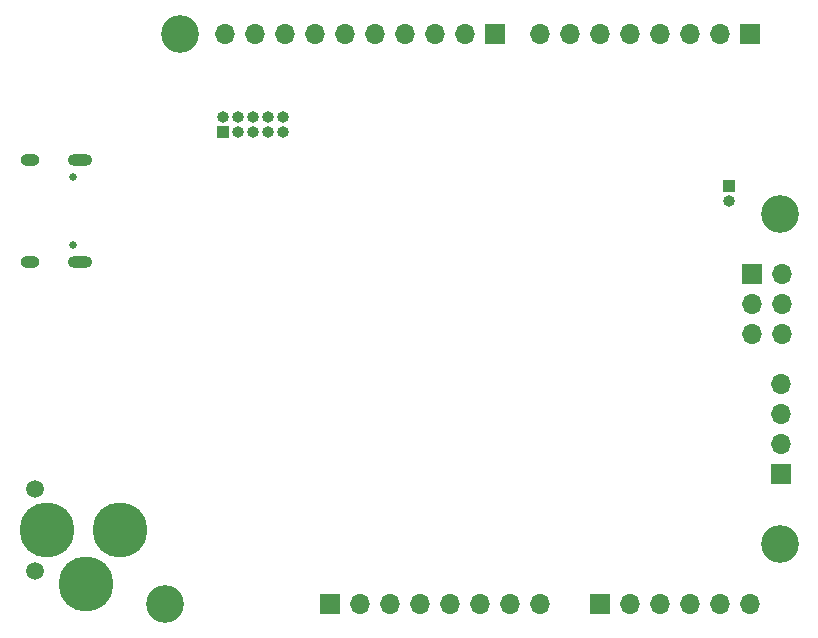
<source format=gbs>
G04 #@! TF.GenerationSoftware,KiCad,Pcbnew,(6.0.1-0)*
G04 #@! TF.CreationDate,2023-02-03T14:32:27+00:00*
G04 #@! TF.ProjectId,Snowduino Null,536e6f77-6475-4696-9e6f-204e756c6c2e,rev?*
G04 #@! TF.SameCoordinates,Original*
G04 #@! TF.FileFunction,Soldermask,Bot*
G04 #@! TF.FilePolarity,Negative*
%FSLAX46Y46*%
G04 Gerber Fmt 4.6, Leading zero omitted, Abs format (unit mm)*
G04 Created by KiCad (PCBNEW (6.0.1-0)) date 2023-02-03 14:32:27*
%MOMM*%
%LPD*%
G01*
G04 APERTURE LIST*
%ADD10C,4.650000*%
%ADD11C,1.500000*%
%ADD12C,3.200000*%
%ADD13R,1.700000X1.700000*%
%ADD14O,1.700000X1.700000*%
%ADD15R,1.000000X1.000000*%
%ADD16O,1.000000X1.000000*%
%ADD17C,0.650000*%
%ADD18O,2.100000X1.000000*%
%ADD19O,1.600000X1.000000*%
G04 APERTURE END LIST*
D10*
X91691000Y-116863000D03*
X88791000Y-121463000D03*
X85491000Y-116863000D03*
D11*
X84491000Y-113363000D03*
X84491000Y-120363000D03*
D12*
X147556000Y-90103000D03*
X147556000Y-118043000D03*
D13*
X109456000Y-123123000D03*
D14*
X111996000Y-123123000D03*
X114536000Y-123123000D03*
X117076000Y-123123000D03*
X119616000Y-123123000D03*
X122156000Y-123123000D03*
X124696000Y-123123000D03*
X127236000Y-123123000D03*
D13*
X123426000Y-74863000D03*
D14*
X120886000Y-74863000D03*
X118346000Y-74863000D03*
X115806000Y-74863000D03*
X113266000Y-74863000D03*
X110726000Y-74863000D03*
X108186000Y-74863000D03*
X105646000Y-74863000D03*
X103106000Y-74863000D03*
X100566000Y-74863000D03*
D13*
X145016000Y-74863000D03*
D14*
X142476000Y-74863000D03*
X139936000Y-74863000D03*
X137396000Y-74863000D03*
X134856000Y-74863000D03*
X132316000Y-74863000D03*
X129776000Y-74863000D03*
X127236000Y-74863000D03*
D12*
X96756000Y-74863000D03*
X95486000Y-123123000D03*
D13*
X145143000Y-95183000D03*
D14*
X147683000Y-95183000D03*
X145143000Y-97723000D03*
X147683000Y-97723000D03*
X145143000Y-100263000D03*
X147683000Y-100263000D03*
D13*
X132316000Y-123123000D03*
D14*
X134856000Y-123123000D03*
X137396000Y-123123000D03*
X139936000Y-123123000D03*
X142476000Y-123123000D03*
X145016000Y-123123000D03*
D13*
X147641000Y-112138000D03*
D14*
X147641000Y-109598000D03*
X147641000Y-107058000D03*
X147641000Y-104518000D03*
D15*
X100391000Y-83138000D03*
D16*
X100391000Y-81868000D03*
X101661000Y-83138000D03*
X101661000Y-81868000D03*
X102931000Y-83138000D03*
X102931000Y-81868000D03*
X104201000Y-83138000D03*
X104201000Y-81868000D03*
X105471000Y-83138000D03*
X105471000Y-81868000D03*
D15*
X143211000Y-87708000D03*
D16*
X143211000Y-88978000D03*
D17*
X87731000Y-92753000D03*
X87731000Y-86973000D03*
D18*
X88261000Y-85543000D03*
X88261000Y-94183000D03*
D19*
X84081000Y-94183000D03*
X84081000Y-85543000D03*
M02*

</source>
